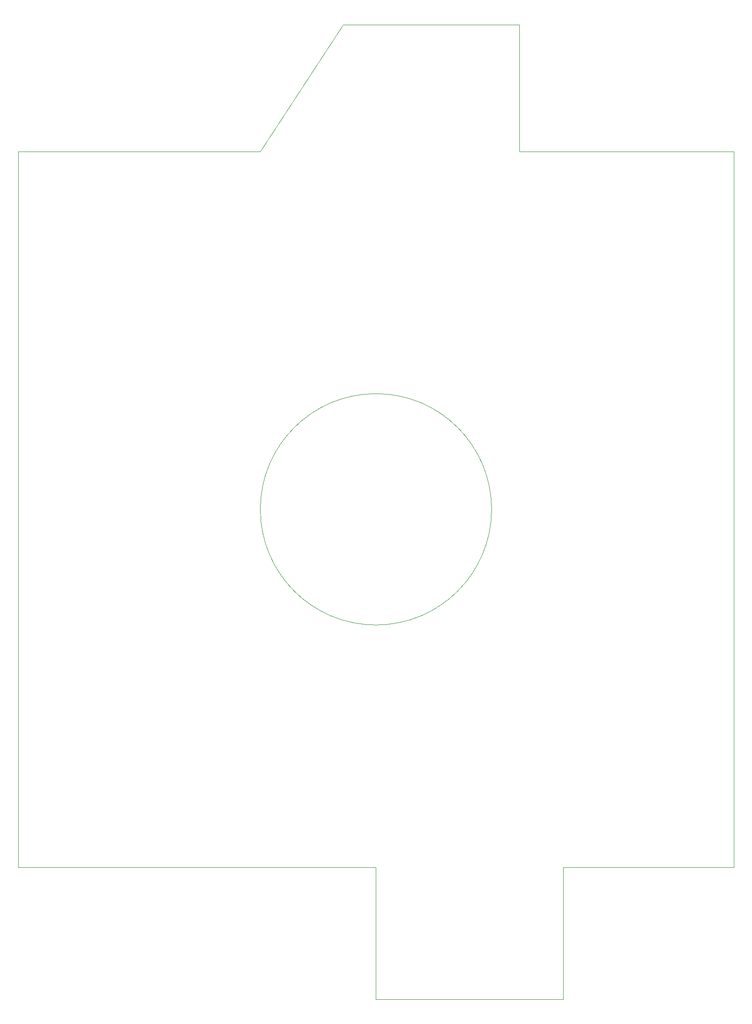
<source format=gm1>
%TF.GenerationSoftware,KiCad,Pcbnew,9.0.3+1*%
%TF.CreationDate,2025-09-14T03:51:46+09:00*%
%TF.ProjectId,floppy-head-protector,666c6f70-7079-42d6-9865-61642d70726f,0-1*%
%TF.SameCoordinates,Original*%
%TF.FileFunction,Profile,NP*%
%FSLAX46Y46*%
G04 Gerber Fmt 4.6, Leading zero omitted, Abs format (unit mm)*
G04 Created by KiCad (PCBNEW 9.0.3+1) date 2025-09-14 03:51:46*
%MOMM*%
%LPD*%
G01*
G04 APERTURE LIST*
%TA.AperFunction,Profile*%
%ADD10C,0.050000*%
%TD*%
G04 APERTURE END LIST*
D10*
X105000000Y-194000000D02*
X139000000Y-194000000D01*
X105000000Y-170000000D02*
X105000000Y-194000000D01*
X131000000Y-40000000D02*
X170000000Y-40000000D01*
X139000000Y-170000000D02*
X139000000Y-194000000D01*
X84000000Y-40000000D02*
X99000000Y-17000000D01*
X131000000Y-40000000D02*
X131000000Y-17000000D01*
X40000000Y-40000000D02*
X40000000Y-170000000D01*
X99000000Y-17000000D02*
X131000000Y-17000000D01*
X126000000Y-105000000D02*
G75*
G02*
X84000000Y-105000000I-21000000J0D01*
G01*
X84000000Y-105000000D02*
G75*
G02*
X126000000Y-105000000I21000000J0D01*
G01*
X40000000Y-170000000D02*
X105000000Y-170000000D01*
X40000000Y-40000000D02*
X84000000Y-40000000D01*
X139000000Y-170000000D02*
X170000000Y-170000000D01*
X170000000Y-40000000D02*
X170000000Y-170000000D01*
M02*

</source>
